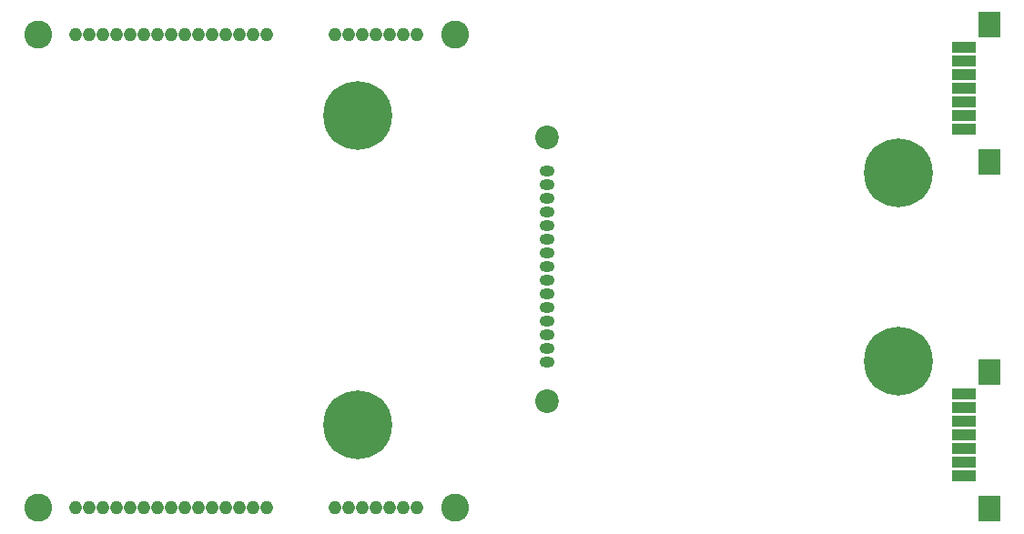
<source format=gbr>
%TF.GenerationSoftware,KiCad,Pcbnew,9.0.7*%
%TF.CreationDate,2026-02-22T20:08:30-06:00*%
%TF.ProjectId,sata-backplane,73617461-2d62-4616-936b-706c616e652e,rev?*%
%TF.SameCoordinates,Original*%
%TF.FileFunction,Soldermask,Top*%
%TF.FilePolarity,Negative*%
%FSLAX46Y46*%
G04 Gerber Fmt 4.6, Leading zero omitted, Abs format (unit mm)*
G04 Created by KiCad (PCBNEW 9.0.7) date 2026-02-22 20:08:30*
%MOMM*%
%LPD*%
G01*
G04 APERTURE LIST*
%ADD10C,3.600000*%
%ADD11C,6.400000*%
%ADD12R,2.209800X0.990600*%
%ADD13R,2.057400X2.362200*%
%ADD14C,2.200000*%
%ADD15O,1.400000X1.000000*%
%ADD16C,2.600000*%
%ADD17O,1.168400X1.270000*%
G04 APERTURE END LIST*
D10*
%TO.C,H4*%
X66750000Y-73900000D03*
D11*
X66750000Y-73900000D03*
%TD*%
D10*
%TO.C,H2*%
X117063086Y-50436200D03*
D11*
X117063086Y-50436200D03*
%TD*%
D10*
%TO.C,H1*%
X66750000Y-45150000D03*
D11*
X66750000Y-45150000D03*
%TD*%
D10*
%TO.C,H3*%
X117063086Y-67983800D03*
D11*
X117063086Y-67983800D03*
%TD*%
D12*
%TO.C,J1*%
X123140086Y-71040001D03*
X123140086Y-72310001D03*
X123140086Y-73580001D03*
X123140086Y-74850001D03*
X123140086Y-76120001D03*
X123140086Y-77390001D03*
X123140086Y-78660001D03*
D13*
X125500000Y-81720000D03*
X125500000Y-68980000D03*
%TD*%
D14*
%TO.C,J5*%
X84400000Y-71690000D03*
X84400000Y-47190000D03*
D15*
X84400000Y-68090000D03*
X84400000Y-66820000D03*
X84400000Y-65550000D03*
X84400000Y-64280000D03*
X84400000Y-63010000D03*
X84400000Y-61740000D03*
X84400000Y-60470000D03*
X84400000Y-59200000D03*
X84400000Y-57930000D03*
X84400000Y-56660000D03*
X84400000Y-55390000D03*
X84400000Y-54120000D03*
X84400000Y-52850000D03*
X84400000Y-51580000D03*
X84400000Y-50310000D03*
%TD*%
D12*
%TO.C,J3*%
X123140086Y-38760001D03*
X123140086Y-40030001D03*
X123140086Y-41300001D03*
X123140086Y-42570001D03*
X123140086Y-43840001D03*
X123140086Y-45110001D03*
X123140086Y-46380001D03*
D13*
X125500000Y-49440000D03*
X125500000Y-36700000D03*
%TD*%
D16*
%TO.C,J2*%
X75800000Y-81600000D03*
X37060002Y-81600000D03*
D17*
X58330000Y-81600000D03*
X57060000Y-81600000D03*
X55790000Y-81600000D03*
X54520000Y-81600000D03*
X53250000Y-81600000D03*
X51980000Y-81600000D03*
X50710000Y-81600000D03*
X49440000Y-81600000D03*
X48170000Y-81600000D03*
X46900000Y-81600000D03*
X45630000Y-81600000D03*
X44360000Y-81600000D03*
X43090000Y-81600000D03*
X41820000Y-81600000D03*
X40550000Y-81600000D03*
X72300000Y-81600000D03*
X71030000Y-81600000D03*
X69760000Y-81600000D03*
X68490000Y-81600000D03*
X67220000Y-81600000D03*
X65950000Y-81600000D03*
X64680000Y-81600000D03*
%TD*%
D16*
%TO.C,J4*%
X75800000Y-37600000D03*
X37060002Y-37600000D03*
D17*
X58330000Y-37600000D03*
X57060000Y-37600000D03*
X55790000Y-37600000D03*
X54520000Y-37600000D03*
X53250000Y-37600000D03*
X51980000Y-37600000D03*
X50710000Y-37600000D03*
X49440000Y-37600000D03*
X48170000Y-37600000D03*
X46900000Y-37600000D03*
X45630000Y-37600000D03*
X44360000Y-37600000D03*
X43090000Y-37600000D03*
X41820000Y-37600000D03*
X40550000Y-37600000D03*
X72300000Y-37600000D03*
X71030000Y-37600000D03*
X69760000Y-37600000D03*
X68490000Y-37600000D03*
X67220000Y-37600000D03*
X65950000Y-37600000D03*
X64680000Y-37600000D03*
%TD*%
M02*

</source>
